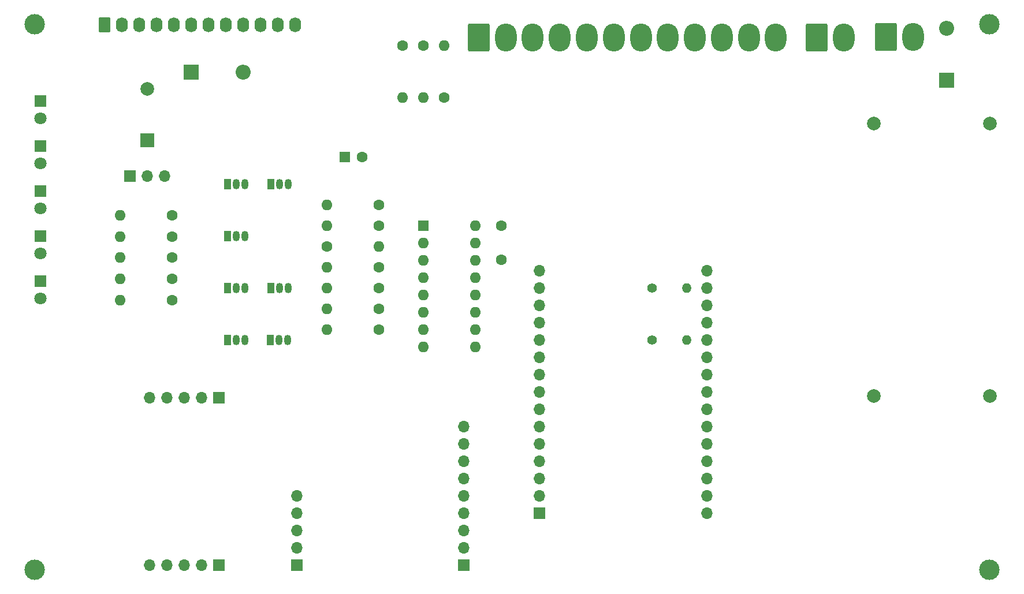
<source format=gbr>
%TF.GenerationSoftware,KiCad,Pcbnew,(6.0.2)*%
%TF.CreationDate,2022-11-16T19:52:16+00:00*%
%TF.ProjectId,greenhouse-control-unit,67726565-6e68-46f7-9573-652d636f6e74,2*%
%TF.SameCoordinates,Original*%
%TF.FileFunction,Soldermask,Bot*%
%TF.FilePolarity,Negative*%
%FSLAX46Y46*%
G04 Gerber Fmt 4.6, Leading zero omitted, Abs format (unit mm)*
G04 Created by KiCad (PCBNEW (6.0.2)) date 2022-11-16 19:52:16*
%MOMM*%
%LPD*%
G01*
G04 APERTURE LIST*
G04 Aperture macros list*
%AMRoundRect*
0 Rectangle with rounded corners*
0 $1 Rounding radius*
0 $2 $3 $4 $5 $6 $7 $8 $9 X,Y pos of 4 corners*
0 Add a 4 corners polygon primitive as box body*
4,1,4,$2,$3,$4,$5,$6,$7,$8,$9,$2,$3,0*
0 Add four circle primitives for the rounded corners*
1,1,$1+$1,$2,$3*
1,1,$1+$1,$4,$5*
1,1,$1+$1,$6,$7*
1,1,$1+$1,$8,$9*
0 Add four rect primitives between the rounded corners*
20,1,$1+$1,$2,$3,$4,$5,0*
20,1,$1+$1,$4,$5,$6,$7,0*
20,1,$1+$1,$6,$7,$8,$9,0*
20,1,$1+$1,$8,$9,$2,$3,0*%
G04 Aperture macros list end*
%ADD10O,1.700000X1.700000*%
%ADD11R,1.700000X1.700000*%
%ADD12C,2.000000*%
%ADD13C,3.000000*%
%ADD14R,1.800000X1.800000*%
%ADD15C,1.800000*%
%ADD16C,1.600000*%
%ADD17O,1.600000X1.600000*%
%ADD18O,1.050000X1.500000*%
%ADD19R,1.050000X1.500000*%
%ADD20RoundRect,0.250000X-1.330000X-1.800000X1.330000X-1.800000X1.330000X1.800000X-1.330000X1.800000X0*%
%ADD21O,3.160000X4.100000*%
%ADD22RoundRect,0.250000X-0.620000X-0.845000X0.620000X-0.845000X0.620000X0.845000X-0.620000X0.845000X0*%
%ADD23O,1.740000X2.190000*%
%ADD24R,1.600000X1.600000*%
%ADD25O,2.200000X2.200000*%
%ADD26R,2.200000X2.200000*%
%ADD27R,2.000000X2.000000*%
%ADD28O,1.400000X1.400000*%
%ADD29C,1.400000*%
G04 APERTURE END LIST*
D10*
%TO.C,J10*%
X175660000Y-85598000D03*
X175660000Y-88138000D03*
X175660000Y-90678000D03*
X175660000Y-93218000D03*
X175660000Y-95758000D03*
X175660000Y-98298000D03*
X175660000Y-100838000D03*
X175660000Y-103378000D03*
X175660000Y-105918000D03*
X175660000Y-108458000D03*
X175660000Y-110998000D03*
X175660000Y-113538000D03*
X175660000Y-116078000D03*
X175660000Y-118618000D03*
X175660000Y-121158000D03*
X151130000Y-85598000D03*
X151130000Y-88138000D03*
X151130000Y-90678000D03*
X151130000Y-93218000D03*
X151130000Y-95758000D03*
X151130000Y-98298000D03*
X151130000Y-100838000D03*
X151130000Y-103378000D03*
X151130000Y-105918000D03*
X151130000Y-108458000D03*
X151130000Y-110998000D03*
X151130000Y-113538000D03*
X151130000Y-116078000D03*
X151130000Y-118618000D03*
D11*
X151130000Y-121158000D03*
%TD*%
D10*
%TO.C,J3*%
X96226800Y-71729600D03*
X93686800Y-71729600D03*
D11*
X91146800Y-71729600D03*
%TD*%
D12*
%TO.C,J6*%
X200170000Y-104008000D03*
%TD*%
D13*
%TO.C,H3*%
X77135600Y-129464500D03*
%TD*%
D14*
%TO.C,D4*%
X77978000Y-60706000D03*
D15*
X77978000Y-63246000D03*
%TD*%
D12*
%TO.C,J5*%
X217170000Y-64008000D03*
%TD*%
%TO.C,J4*%
X217170000Y-104008000D03*
%TD*%
D15*
%TO.C,D3*%
X77978000Y-83058000D03*
D14*
X77978000Y-80518000D03*
%TD*%
D16*
%TO.C,R16*%
X119989600Y-82092800D03*
D17*
X127609600Y-82092800D03*
%TD*%
D10*
%TO.C,J12*%
X94017000Y-128769000D03*
X96557000Y-128769000D03*
X99097000Y-128769000D03*
X101637000Y-128769000D03*
D11*
X104177000Y-128769000D03*
%TD*%
D18*
%TO.C,Q1*%
X114300000Y-88138000D03*
X113030000Y-88138000D03*
D19*
X111760000Y-88138000D03*
%TD*%
D17*
%TO.C,R1*%
X119989600Y-91236800D03*
D16*
X127609600Y-91236800D03*
%TD*%
D17*
%TO.C,R9*%
X134112000Y-60198000D03*
D16*
X134112000Y-52578000D03*
%TD*%
%TO.C,C2*%
X145542000Y-83994000D03*
X145542000Y-78994000D03*
%TD*%
D20*
%TO.C,J1*%
X201930000Y-51308000D03*
D21*
X205890000Y-51308000D03*
%TD*%
D22*
%TO.C,J14*%
X87376000Y-49530000D03*
D23*
X89916000Y-49530000D03*
X92456000Y-49530000D03*
X94996000Y-49530000D03*
X97536000Y-49530000D03*
X100076000Y-49530000D03*
X102616000Y-49530000D03*
X105156000Y-49530000D03*
X107696000Y-49530000D03*
X110236000Y-49530000D03*
X112776000Y-49530000D03*
X115316000Y-49530000D03*
%TD*%
D16*
%TO.C,R10*%
X137160000Y-60198000D03*
D17*
X137160000Y-52578000D03*
%TD*%
%TO.C,R3*%
X119989600Y-79044800D03*
D16*
X127609600Y-79044800D03*
%TD*%
D18*
%TO.C,Q7*%
X107950000Y-95758000D03*
X106680000Y-95758000D03*
D19*
X105410000Y-95758000D03*
%TD*%
D16*
%TO.C,C1*%
X125142621Y-68961000D03*
D24*
X122642621Y-68961000D03*
%TD*%
D12*
%TO.C,J7*%
X200170000Y-64008000D03*
%TD*%
D14*
%TO.C,D7*%
X77978000Y-87117000D03*
D15*
X77978000Y-89657000D03*
%TD*%
D25*
%TO.C,D6*%
X210820000Y-50038000D03*
D26*
X210820000Y-57658000D03*
%TD*%
D10*
%TO.C,J11*%
X94017000Y-104278000D03*
X96557000Y-104278000D03*
X99097000Y-104278000D03*
X101637000Y-104278000D03*
D11*
X104177000Y-104278000D03*
%TD*%
D17*
%TO.C,R17*%
X89662000Y-89916000D03*
D16*
X97282000Y-89916000D03*
%TD*%
D19*
%TO.C,Q2*%
X105410000Y-80518000D03*
D18*
X106680000Y-80518000D03*
X107950000Y-80518000D03*
%TD*%
%TO.C,Q6*%
X114249200Y-95758000D03*
X112979200Y-95758000D03*
D19*
X111709200Y-95758000D03*
%TD*%
D24*
%TO.C,U1*%
X134112000Y-78994000D03*
D17*
X134112000Y-81534000D03*
X134112000Y-84074000D03*
X134112000Y-86614000D03*
X134112000Y-89154000D03*
X134112000Y-91694000D03*
X134112000Y-94234000D03*
X134112000Y-96774000D03*
X141732000Y-96774000D03*
X141732000Y-94234000D03*
X141732000Y-91694000D03*
X141732000Y-89154000D03*
X141732000Y-86614000D03*
X141732000Y-84074000D03*
X141732000Y-81534000D03*
X141732000Y-78994000D03*
%TD*%
D11*
%TO.C,J8*%
X140030600Y-128803800D03*
D10*
X140030600Y-126263800D03*
X140030600Y-123723800D03*
X140030600Y-121183800D03*
X140030600Y-118643800D03*
X140030600Y-116103800D03*
X140030600Y-113563800D03*
X140030600Y-111023800D03*
X140030600Y-108483800D03*
%TD*%
D12*
%TO.C,BZ1*%
X93675200Y-58928000D03*
D27*
X93675200Y-66528000D03*
%TD*%
D19*
%TO.C,Q4*%
X111760000Y-72898000D03*
D18*
X113030000Y-72898000D03*
X114300000Y-72898000D03*
%TD*%
D17*
%TO.C,R5*%
X119989600Y-75996800D03*
D16*
X127609600Y-75996800D03*
%TD*%
D28*
%TO.C,R13*%
X172720000Y-88138000D03*
D29*
X167640000Y-88138000D03*
%TD*%
D28*
%TO.C,R14*%
X172720000Y-95758000D03*
D29*
X167640000Y-95758000D03*
%TD*%
D17*
%TO.C,R12*%
X131064000Y-60198000D03*
D16*
X131064000Y-52578000D03*
%TD*%
D11*
%TO.C,J9*%
X115570000Y-128798800D03*
D10*
X115570000Y-126258800D03*
X115570000Y-123718800D03*
X115570000Y-121178800D03*
X115570000Y-118638800D03*
%TD*%
D17*
%TO.C,R15*%
X119989600Y-94284800D03*
D16*
X127609600Y-94284800D03*
%TD*%
D18*
%TO.C,Q3*%
X107950000Y-88138000D03*
X106680000Y-88138000D03*
D19*
X105410000Y-88138000D03*
%TD*%
D20*
%TO.C,J2*%
X191770000Y-51413000D03*
D21*
X195730000Y-51413000D03*
%TD*%
D17*
%TO.C,R7*%
X89662000Y-83718400D03*
D16*
X97282000Y-83718400D03*
%TD*%
D14*
%TO.C,D1*%
X77978000Y-67310000D03*
D15*
X77978000Y-69850000D03*
%TD*%
D17*
%TO.C,R2*%
X119989600Y-88188800D03*
D16*
X127609600Y-88188800D03*
%TD*%
D17*
%TO.C,R8*%
X119989600Y-85140800D03*
D16*
X127609600Y-85140800D03*
%TD*%
D17*
%TO.C,R6*%
X89662000Y-77520800D03*
D16*
X97282000Y-77520800D03*
%TD*%
D15*
%TO.C,D2*%
X77978000Y-76454000D03*
D14*
X77978000Y-73914000D03*
%TD*%
D13*
%TO.C,H1*%
X77135600Y-49464500D03*
%TD*%
D25*
%TO.C,D5*%
X107696000Y-56515000D03*
D26*
X100076000Y-56515000D03*
%TD*%
D20*
%TO.C,J13*%
X142240000Y-51413000D03*
D21*
X146200000Y-51413000D03*
X150160000Y-51413000D03*
X154120000Y-51413000D03*
X158080000Y-51413000D03*
X162040000Y-51413000D03*
X166000000Y-51413000D03*
X169960000Y-51413000D03*
X173920000Y-51413000D03*
X177880000Y-51413000D03*
X181840000Y-51413000D03*
X185800000Y-51413000D03*
%TD*%
D13*
%TO.C,H2*%
X217135600Y-49464500D03*
%TD*%
D17*
%TO.C,R4*%
X89662000Y-80619600D03*
D16*
X97282000Y-80619600D03*
%TD*%
D19*
%TO.C,Q5*%
X105410000Y-72898000D03*
D18*
X106680000Y-72898000D03*
X107950000Y-72898000D03*
%TD*%
D13*
%TO.C,H4*%
X217135600Y-129464500D03*
%TD*%
D17*
%TO.C,R11*%
X89662000Y-86817200D03*
D16*
X97282000Y-86817200D03*
%TD*%
M02*

</source>
